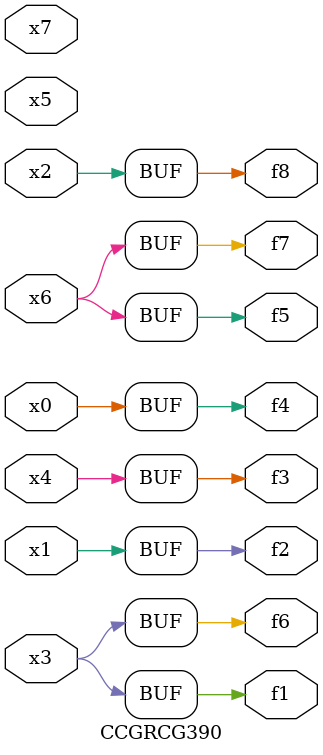
<source format=v>
module CCGRCG390(
	input x0, x1, x2, x3, x4, x5, x6, x7,
	output f1, f2, f3, f4, f5, f6, f7, f8
);
	assign f1 = x3;
	assign f2 = x1;
	assign f3 = x4;
	assign f4 = x0;
	assign f5 = x6;
	assign f6 = x3;
	assign f7 = x6;
	assign f8 = x2;
endmodule

</source>
